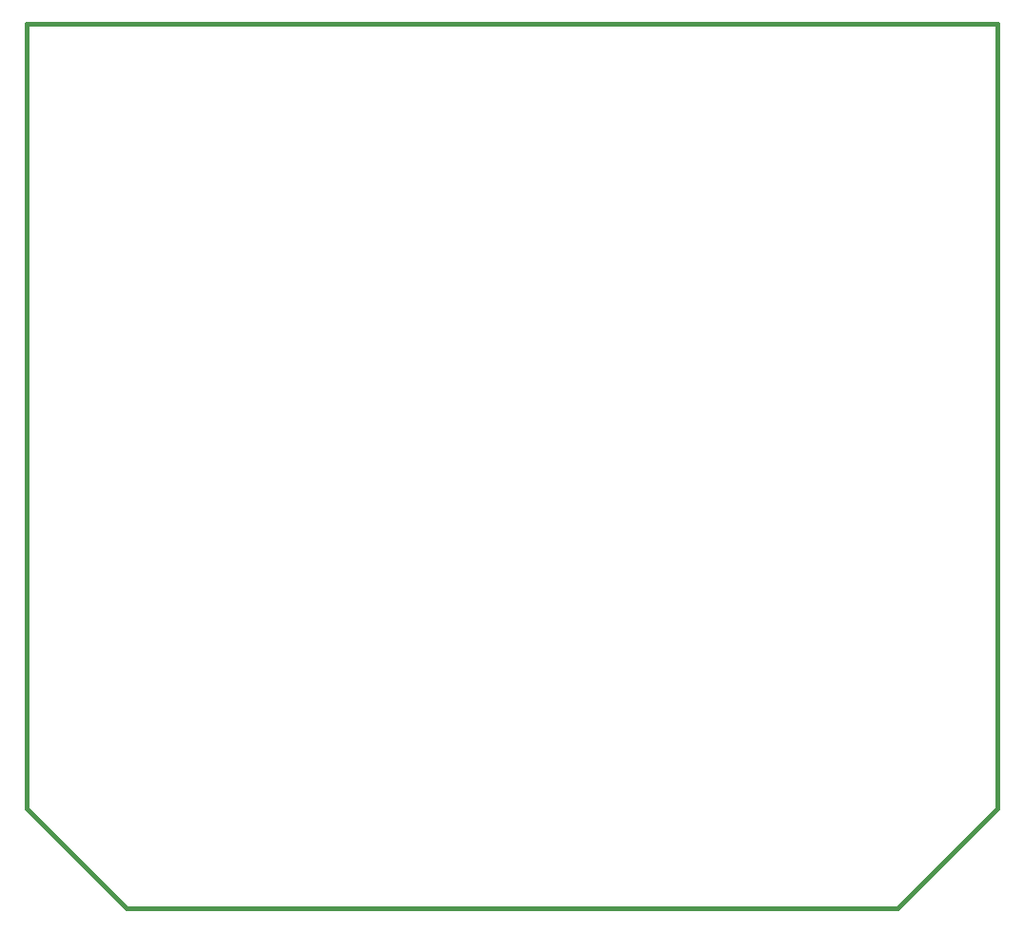
<source format=gbr>
G04 #@! TF.GenerationSoftware,KiCad,Pcbnew,5.1.6-c6e7f7d~87~ubuntu19.10.1*
G04 #@! TF.CreationDate,2022-07-30T15:35:07+06:00*
G04 #@! TF.ProjectId,crumbwave_multiplexer_r1a,6372756d-6277-4617-9665-5f6d756c7469,1A*
G04 #@! TF.SameCoordinates,Original*
G04 #@! TF.FileFunction,Profile,NP*
%FSLAX46Y46*%
G04 Gerber Fmt 4.6, Leading zero omitted, Abs format (unit mm)*
G04 Created by KiCad (PCBNEW 5.1.6-c6e7f7d~87~ubuntu19.10.1) date 2022-07-30 15:35:07*
%MOMM*%
%LPD*%
G01*
G04 APERTURE LIST*
G04 #@! TA.AperFunction,Profile*
%ADD10C,0.400000*%
G04 #@! TD*
G04 APERTURE END LIST*
D10*
X71120000Y-204470000D02*
X139700000Y-204470000D01*
X62230000Y-195580000D02*
X71120000Y-204470000D01*
X139700000Y-204470000D02*
X148590000Y-195580000D01*
X148590000Y-125730000D02*
X148590000Y-195580000D01*
X62230000Y-125730000D02*
X62230000Y-195580000D01*
X62230000Y-125730000D02*
X148590000Y-125730000D01*
M02*

</source>
